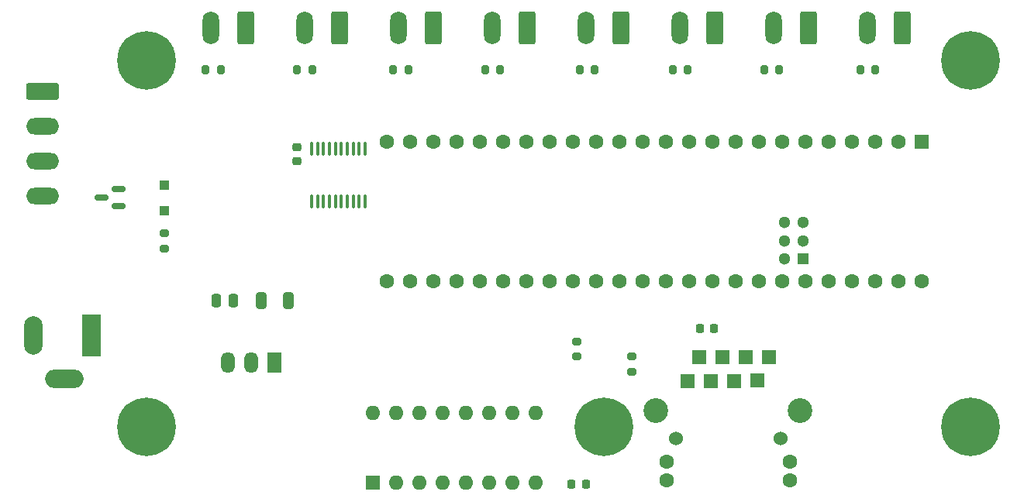
<source format=gbr>
%TF.GenerationSoftware,KiCad,Pcbnew,(7.0.0)*%
%TF.CreationDate,2023-04-13T21:22:04+09:00*%
%TF.ProjectId,Artnet_pixel_controller_Teensy-hardware,4172746e-6574-45f7-9069-78656c5f636f,rev?*%
%TF.SameCoordinates,Original*%
%TF.FileFunction,Soldermask,Top*%
%TF.FilePolarity,Negative*%
%FSLAX46Y46*%
G04 Gerber Fmt 4.6, Leading zero omitted, Abs format (unit mm)*
G04 Created by KiCad (PCBNEW (7.0.0)) date 2023-04-13 21:22:04*
%MOMM*%
%LPD*%
G01*
G04 APERTURE LIST*
G04 Aperture macros list*
%AMRoundRect*
0 Rectangle with rounded corners*
0 $1 Rounding radius*
0 $2 $3 $4 $5 $6 $7 $8 $9 X,Y pos of 4 corners*
0 Add a 4 corners polygon primitive as box body*
4,1,4,$2,$3,$4,$5,$6,$7,$8,$9,$2,$3,0*
0 Add four circle primitives for the rounded corners*
1,1,$1+$1,$2,$3*
1,1,$1+$1,$4,$5*
1,1,$1+$1,$6,$7*
1,1,$1+$1,$8,$9*
0 Add four rect primitives between the rounded corners*
20,1,$1+$1,$2,$3,$4,$5,0*
20,1,$1+$1,$4,$5,$6,$7,0*
20,1,$1+$1,$6,$7,$8,$9,0*
20,1,$1+$1,$8,$9,$2,$3,0*%
G04 Aperture macros list end*
%ADD10RoundRect,0.225000X0.225000X0.250000X-0.225000X0.250000X-0.225000X-0.250000X0.225000X-0.250000X0*%
%ADD11C,6.400000*%
%ADD12RoundRect,0.250000X-1.550000X0.650000X-1.550000X-0.650000X1.550000X-0.650000X1.550000X0.650000X0*%
%ADD13O,3.600000X1.800000*%
%ADD14RoundRect,0.100000X0.100000X-0.637500X0.100000X0.637500X-0.100000X0.637500X-0.100000X-0.637500X0*%
%ADD15RoundRect,0.200000X0.200000X0.275000X-0.200000X0.275000X-0.200000X-0.275000X0.200000X-0.275000X0*%
%ADD16RoundRect,0.200000X0.275000X-0.200000X0.275000X0.200000X-0.275000X0.200000X-0.275000X-0.200000X0*%
%ADD17RoundRect,0.200000X-0.200000X-0.275000X0.200000X-0.275000X0.200000X0.275000X-0.200000X0.275000X0*%
%ADD18R,2.000000X4.600000*%
%ADD19O,2.000000X4.200000*%
%ADD20O,4.200000X2.000000*%
%ADD21RoundRect,0.250000X-0.300000X0.300000X-0.300000X-0.300000X0.300000X-0.300000X0.300000X0.300000X0*%
%ADD22RoundRect,0.250000X0.325000X0.650000X-0.325000X0.650000X-0.325000X-0.650000X0.325000X-0.650000X0*%
%ADD23R,1.600000X1.600000*%
%ADD24C,1.600000*%
%ADD25R,1.300000X1.300000*%
%ADD26C,1.300000*%
%ADD27O,1.600000X1.600000*%
%ADD28RoundRect,0.250000X0.650000X1.550000X-0.650000X1.550000X-0.650000X-1.550000X0.650000X-1.550000X0*%
%ADD29O,1.800000X3.600000*%
%ADD30C,1.524000*%
%ADD31R,1.524000X1.524000*%
%ADD32C,2.700000*%
%ADD33RoundRect,0.150000X0.587500X0.150000X-0.587500X0.150000X-0.587500X-0.150000X0.587500X-0.150000X0*%
%ADD34R,1.500000X2.300000*%
%ADD35O,1.500000X2.300000*%
%ADD36RoundRect,0.250000X-0.250000X-0.475000X0.250000X-0.475000X0.250000X0.475000X-0.250000X0.475000X0*%
%ADD37RoundRect,0.200000X-0.275000X0.200000X-0.275000X-0.200000X0.275000X-0.200000X0.275000X0.200000X0*%
%ADD38RoundRect,0.225000X-0.250000X0.225000X-0.250000X-0.225000X0.250000X-0.225000X0.250000X0.225000X0*%
%ADD39RoundRect,0.218750X0.218750X0.256250X-0.218750X0.256250X-0.218750X-0.256250X0.218750X-0.256250X0*%
G04 APERTURE END LIST*
D10*
%TO.C,C3*%
X168025000Y-120750000D03*
X166475000Y-120750000D03*
%TD*%
D11*
%TO.C,H5*%
X196000000Y-91500000D03*
%TD*%
D12*
%TO.C,J11*%
X94682500Y-94840000D03*
D13*
X94682499Y-98649999D03*
X94682499Y-102459999D03*
X94682499Y-106269999D03*
%TD*%
D14*
%TO.C,U3*%
X124075000Y-106862500D03*
X124725000Y-106862500D03*
X125375000Y-106862500D03*
X126025000Y-106862500D03*
X126675000Y-106862500D03*
X127325000Y-106862500D03*
X127975000Y-106862500D03*
X128625000Y-106862500D03*
X129275000Y-106862500D03*
X129925000Y-106862500D03*
X129925000Y-101137500D03*
X129275000Y-101137500D03*
X128625000Y-101137500D03*
X127975000Y-101137500D03*
X127325000Y-101137500D03*
X126675000Y-101137500D03*
X126025000Y-101137500D03*
X125375000Y-101137500D03*
X124725000Y-101137500D03*
X124075000Y-101137500D03*
%TD*%
D15*
%TO.C,R3*%
X114150000Y-92500000D03*
X112500000Y-92500000D03*
%TD*%
D16*
%TO.C,R2*%
X159000000Y-125500000D03*
X159000000Y-123850000D03*
%TD*%
D17*
%TO.C,R9*%
X173500000Y-92500000D03*
X175150000Y-92500000D03*
%TD*%
D18*
%TO.C,J1*%
X99999999Y-121499999D03*
D19*
X93699999Y-121499999D03*
D20*
X97099999Y-126299999D03*
%TD*%
D21*
%TO.C,D1*%
X108000000Y-105100000D03*
X108000000Y-107900000D03*
%TD*%
D22*
%TO.C,C1*%
X121503000Y-117707500D03*
X118553000Y-117707500D03*
%TD*%
D11*
%TO.C,H6*%
X196000000Y-131500000D03*
%TD*%
D23*
%TO.C,U2*%
X190709999Y-100379999D03*
D24*
X188170000Y-100380000D03*
X185630000Y-100380000D03*
X183090000Y-100380000D03*
X180550000Y-100380000D03*
X178010000Y-100380000D03*
X175470000Y-100380000D03*
X172930000Y-100380000D03*
X170390000Y-100380000D03*
X167850000Y-100380000D03*
X165310000Y-100380000D03*
X162770000Y-100380000D03*
X160230000Y-100380000D03*
X157690000Y-100380000D03*
X155150000Y-100380000D03*
X152610000Y-100380000D03*
X150070000Y-100380000D03*
X147530000Y-100380000D03*
X144990000Y-100380000D03*
X142450000Y-100380000D03*
X139910000Y-100380000D03*
X137370000Y-100380000D03*
X134830000Y-100380000D03*
X132290000Y-100380000D03*
X132290000Y-115620000D03*
X134830000Y-115620000D03*
X137370000Y-115620000D03*
X139910000Y-115620000D03*
X142450000Y-115620000D03*
X144990000Y-115620000D03*
X147530000Y-115620000D03*
X150070000Y-115620000D03*
X152610000Y-115620000D03*
X155150000Y-115620000D03*
X157690000Y-115620000D03*
X160230000Y-115620000D03*
X162770000Y-115620000D03*
X165310000Y-115620000D03*
X167850000Y-115620000D03*
X170390000Y-115620000D03*
X172930000Y-115620000D03*
X175470000Y-115620000D03*
X178010000Y-115620000D03*
X180550000Y-115620000D03*
X183090000Y-115620000D03*
X185630000Y-115620000D03*
X188170000Y-115620000D03*
X190710000Y-115620000D03*
D25*
X177739999Y-113181599D03*
D26*
X177740000Y-111181600D03*
X177740000Y-109181600D03*
X175740000Y-109181600D03*
X175740000Y-111181600D03*
X175740000Y-113181600D03*
%TD*%
D23*
%TO.C,SW1*%
X130799999Y-137619999D03*
D27*
X133339999Y-137619999D03*
X135879999Y-137619999D03*
X138419999Y-137619999D03*
X140959999Y-137619999D03*
X143499999Y-137619999D03*
X146039999Y-137619999D03*
X148579999Y-137619999D03*
X148579999Y-129999999D03*
X146039999Y-129999999D03*
X143499999Y-129999999D03*
X140959999Y-129999999D03*
X138419999Y-129999999D03*
X135879999Y-129999999D03*
X133339999Y-129999999D03*
X130799999Y-129999999D03*
%TD*%
D28*
%TO.C,J6*%
X147600000Y-87932500D03*
D29*
X143789999Y-87932499D03*
%TD*%
D28*
%TO.C,J5*%
X137350000Y-87932500D03*
D29*
X133539999Y-87932499D03*
%TD*%
D17*
%TO.C,R5*%
X133000000Y-92500000D03*
X134650000Y-92500000D03*
%TD*%
D11*
%TO.C,H1*%
X106000000Y-91500000D03*
%TD*%
D30*
%TO.C,J2*%
X175275000Y-132750000D03*
X163845000Y-132750000D03*
D31*
X173999999Y-123859999D03*
X172729999Y-126399999D03*
X171459999Y-123859999D03*
X170189999Y-126489999D03*
X168919999Y-123859999D03*
X167649999Y-126489999D03*
X166379999Y-123859999D03*
X165109999Y-126489999D03*
D24*
X176285000Y-135290000D03*
X176285000Y-137320000D03*
X162835000Y-135290000D03*
X162835000Y-137320000D03*
D32*
X177435000Y-129700000D03*
X161685000Y-129700000D03*
%TD*%
D11*
%TO.C,H4*%
X156000000Y-131500000D03*
%TD*%
D28*
%TO.C,J9*%
X178350000Y-87932500D03*
D29*
X174539999Y-87932499D03*
%TD*%
D15*
%TO.C,R4*%
X124150000Y-92500000D03*
X122500000Y-92500000D03*
%TD*%
D17*
%TO.C,R6*%
X143000000Y-92500000D03*
X144650000Y-92500000D03*
%TD*%
D33*
%TO.C,Q1*%
X103000000Y-107400000D03*
X103000000Y-105500000D03*
X101125000Y-106450000D03*
%TD*%
D17*
%TO.C,R8*%
X163500000Y-92500000D03*
X165150000Y-92500000D03*
%TD*%
D28*
%TO.C,J4*%
X127100000Y-87932500D03*
D29*
X123289999Y-87932499D03*
%TD*%
D28*
%TO.C,J8*%
X168100000Y-87932500D03*
D29*
X164289999Y-87932499D03*
%TD*%
D28*
%TO.C,J7*%
X157850000Y-87932500D03*
D29*
X154039999Y-87932499D03*
%TD*%
D34*
%TO.C,U1*%
X119999999Y-124499999D03*
D35*
X117459999Y-124499999D03*
X114919999Y-124499999D03*
%TD*%
D36*
%TO.C,C2*%
X113653000Y-117707500D03*
X115553000Y-117707500D03*
%TD*%
D11*
%TO.C,H2*%
X106000000Y-131500000D03*
%TD*%
D37*
%TO.C,R11*%
X153000000Y-122175000D03*
X153000000Y-123825000D03*
%TD*%
D28*
%TO.C,J3*%
X116850000Y-87932500D03*
D29*
X113039999Y-87932499D03*
%TD*%
D28*
%TO.C,J10*%
X188600000Y-87932500D03*
D29*
X184789999Y-87932499D03*
%TD*%
D37*
%TO.C,R1*%
X108000000Y-110350000D03*
X108000000Y-112000000D03*
%TD*%
D17*
%TO.C,R10*%
X184000000Y-92500000D03*
X185650000Y-92500000D03*
%TD*%
D38*
%TO.C,C4*%
X122500000Y-100950000D03*
X122500000Y-102500000D03*
%TD*%
D39*
%TO.C,D2*%
X154037500Y-137750000D03*
X152462500Y-137750000D03*
%TD*%
D17*
%TO.C,R7*%
X153350000Y-92500000D03*
X155000000Y-92500000D03*
%TD*%
M02*

</source>
